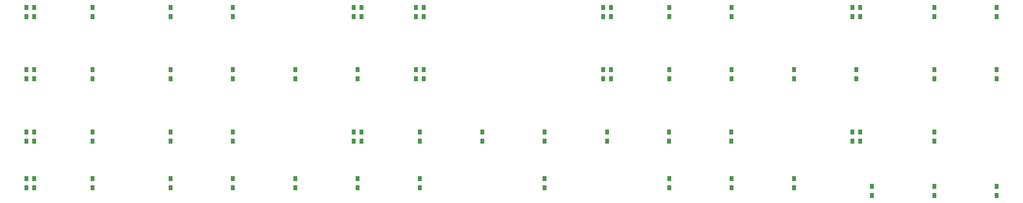
<source format=gbr>
G04 #@! TF.GenerationSoftware,KiCad,Pcbnew,(6.0.0-rc1-dev-577-ge0316af69)*
G04 #@! TF.CreationDate,2019-06-10T21:21:03-05:00*
G04 #@! TF.ProjectId,OrthonautSouthpaw,4F7274686F6E617574536F7574687061,v1*
G04 #@! TF.SameCoordinates,Original*
G04 #@! TF.FileFunction,Paste,Top*
G04 #@! TF.FilePolarity,Positive*
%FSLAX46Y46*%
G04 Gerber Fmt 4.6, Leading zero omitted, Abs format (unit mm)*
G04 Created by KiCad (PCBNEW (6.0.0-rc1-dev-577-ge0316af69)) date 06/10/19 21:21:03*
%MOMM*%
%LPD*%
G01*
G04 APERTURE LIST*
%ADD10R,1.200000X1.600000*%
G04 APERTURE END LIST*
D10*
G04 #@! TO.C,D1*
X58187500Y-33037500D03*
X58187500Y-35837500D03*
G04 #@! TD*
G04 #@! TO.C,D2*
X58187500Y-52037500D03*
X58187500Y-54837500D03*
G04 #@! TD*
G04 #@! TO.C,D3*
X58187500Y-71037500D03*
X58187500Y-73837500D03*
G04 #@! TD*
G04 #@! TO.C,D5*
X60562500Y-33037500D03*
X60562500Y-35837500D03*
G04 #@! TD*
G04 #@! TO.C,D6*
X60562500Y-52037500D03*
X60562500Y-54837500D03*
G04 #@! TD*
G04 #@! TO.C,D7*
X60562500Y-71037500D03*
X60562500Y-73837500D03*
G04 #@! TD*
G04 #@! TO.C,D8*
X60562500Y-85287500D03*
X60562500Y-88087500D03*
G04 #@! TD*
G04 #@! TO.C,D9*
X78375000Y-33037500D03*
X78375000Y-35837500D03*
G04 #@! TD*
G04 #@! TO.C,D10*
X78375000Y-52037500D03*
X78375000Y-54837500D03*
G04 #@! TD*
G04 #@! TO.C,D11*
X78375000Y-71037500D03*
X78375000Y-73837500D03*
G04 #@! TD*
G04 #@! TO.C,D12*
X78375000Y-85287500D03*
X78375000Y-88087500D03*
G04 #@! TD*
G04 #@! TO.C,D13*
X102125000Y-35837500D03*
X102125000Y-33037500D03*
G04 #@! TD*
G04 #@! TO.C,D14*
X102125000Y-54837500D03*
X102125000Y-52037500D03*
G04 #@! TD*
G04 #@! TO.C,D15*
X102125000Y-73837500D03*
X102125000Y-71037500D03*
G04 #@! TD*
G04 #@! TO.C,D16*
X102125000Y-88087500D03*
X102125000Y-85287500D03*
G04 #@! TD*
G04 #@! TO.C,D17*
X121125000Y-35837500D03*
X121125000Y-33037500D03*
G04 #@! TD*
G04 #@! TO.C,D18*
X121125000Y-54837500D03*
X121125000Y-52037500D03*
G04 #@! TD*
G04 #@! TO.C,D19*
X121125000Y-73837500D03*
X121125000Y-71037500D03*
G04 #@! TD*
G04 #@! TO.C,D20*
X121125000Y-88087500D03*
X121125000Y-85287500D03*
G04 #@! TD*
G04 #@! TO.C,D21*
X157937500Y-35837500D03*
X157937500Y-33037500D03*
G04 #@! TD*
G04 #@! TO.C,D22*
X140125000Y-54837500D03*
X140125000Y-52037500D03*
G04 #@! TD*
G04 #@! TO.C,D23*
X157937500Y-73837500D03*
X157937500Y-71037500D03*
G04 #@! TD*
G04 #@! TO.C,D24*
X140125000Y-88087500D03*
X140125000Y-85287500D03*
G04 #@! TD*
G04 #@! TO.C,D25*
X160312500Y-35837500D03*
X160312500Y-33037500D03*
G04 #@! TD*
G04 #@! TO.C,D26*
X159125000Y-54837500D03*
X159125000Y-52037500D03*
G04 #@! TD*
G04 #@! TO.C,D27*
X160312500Y-73837500D03*
X160312500Y-71037500D03*
G04 #@! TD*
G04 #@! TO.C,D28*
X159125000Y-88087500D03*
X159125000Y-85287500D03*
G04 #@! TD*
G04 #@! TO.C,D29*
X176937500Y-35837500D03*
X176937500Y-33037500D03*
G04 #@! TD*
G04 #@! TO.C,D30*
X176937500Y-54837500D03*
X176937500Y-52037500D03*
G04 #@! TD*
G04 #@! TO.C,D31*
X178125000Y-73837500D03*
X178125000Y-71037500D03*
G04 #@! TD*
G04 #@! TO.C,D32*
X178125000Y-88087500D03*
X178125000Y-85287500D03*
G04 #@! TD*
G04 #@! TO.C,D33*
X179312500Y-35837500D03*
X179312500Y-33037500D03*
G04 #@! TD*
G04 #@! TO.C,D34*
X179312500Y-54837500D03*
X179312500Y-52037500D03*
G04 #@! TD*
G04 #@! TO.C,D35*
X197125000Y-73837500D03*
X197125000Y-71037500D03*
G04 #@! TD*
G04 #@! TO.C,D36*
X233937500Y-35837500D03*
X233937500Y-33037500D03*
G04 #@! TD*
G04 #@! TO.C,D37*
X233937500Y-54837500D03*
X233937500Y-52037500D03*
G04 #@! TD*
G04 #@! TO.C,D38*
X216125000Y-73837500D03*
X216125000Y-71037500D03*
G04 #@! TD*
G04 #@! TO.C,D39*
X236312500Y-35837500D03*
X236312500Y-33037500D03*
G04 #@! TD*
G04 #@! TO.C,D40*
X236312500Y-54837500D03*
X236312500Y-52037500D03*
G04 #@! TD*
G04 #@! TO.C,D41*
X235125000Y-73837500D03*
X235125000Y-71037500D03*
G04 #@! TD*
G04 #@! TO.C,D42*
X216125000Y-88087500D03*
X216125000Y-85287500D03*
G04 #@! TD*
G04 #@! TO.C,D43*
X254125000Y-35837500D03*
X254125000Y-33037500D03*
G04 #@! TD*
G04 #@! TO.C,D44*
X254125000Y-54837500D03*
X254125000Y-52037500D03*
G04 #@! TD*
G04 #@! TO.C,D45*
X254000000Y-71037500D03*
X254000000Y-73837500D03*
G04 #@! TD*
G04 #@! TO.C,D46*
X254125000Y-85287500D03*
X254125000Y-88087500D03*
G04 #@! TD*
G04 #@! TO.C,D47*
X273125000Y-33037500D03*
X273125000Y-35837500D03*
G04 #@! TD*
G04 #@! TO.C,D48*
X273125000Y-52037500D03*
X273125000Y-54837500D03*
G04 #@! TD*
G04 #@! TO.C,D49*
X273000000Y-71037500D03*
X273000000Y-73837500D03*
G04 #@! TD*
G04 #@! TO.C,D50*
X273125000Y-85287500D03*
X273125000Y-88087500D03*
G04 #@! TD*
G04 #@! TO.C,D51*
X309937500Y-33037500D03*
X309937500Y-35837500D03*
G04 #@! TD*
G04 #@! TO.C,D52*
X292125000Y-52037500D03*
X292125000Y-54837500D03*
G04 #@! TD*
G04 #@! TO.C,D53*
X309937500Y-71037500D03*
X309937500Y-73837500D03*
G04 #@! TD*
G04 #@! TO.C,D54*
X292125000Y-85287500D03*
X292125000Y-88087500D03*
G04 #@! TD*
G04 #@! TO.C,D55*
X312312500Y-33037500D03*
X312312500Y-35837500D03*
G04 #@! TD*
G04 #@! TO.C,D56*
X311125000Y-52037500D03*
X311125000Y-54837500D03*
G04 #@! TD*
G04 #@! TO.C,D57*
X312312500Y-71037500D03*
X312312500Y-73837500D03*
G04 #@! TD*
G04 #@! TO.C,D58*
X315875000Y-87662500D03*
X315875000Y-90462500D03*
G04 #@! TD*
G04 #@! TO.C,D59*
X334875000Y-33037500D03*
X334875000Y-35837500D03*
G04 #@! TD*
G04 #@! TO.C,D60*
X334875000Y-52037500D03*
X334875000Y-54837500D03*
G04 #@! TD*
G04 #@! TO.C,D61*
X334875000Y-71037500D03*
X334875000Y-73837500D03*
G04 #@! TD*
G04 #@! TO.C,D62*
X334875000Y-87662500D03*
X334875000Y-90462500D03*
G04 #@! TD*
G04 #@! TO.C,D63*
X353875000Y-33037500D03*
X353875000Y-35837500D03*
G04 #@! TD*
G04 #@! TO.C,D64*
X353875000Y-52037500D03*
X353875000Y-54837500D03*
G04 #@! TD*
G04 #@! TO.C,D65*
X353875000Y-87662500D03*
X353875000Y-90462500D03*
G04 #@! TD*
G04 #@! TO.C,D4*
X58187500Y-85287500D03*
X58187500Y-88087500D03*
G04 #@! TD*
M02*

</source>
